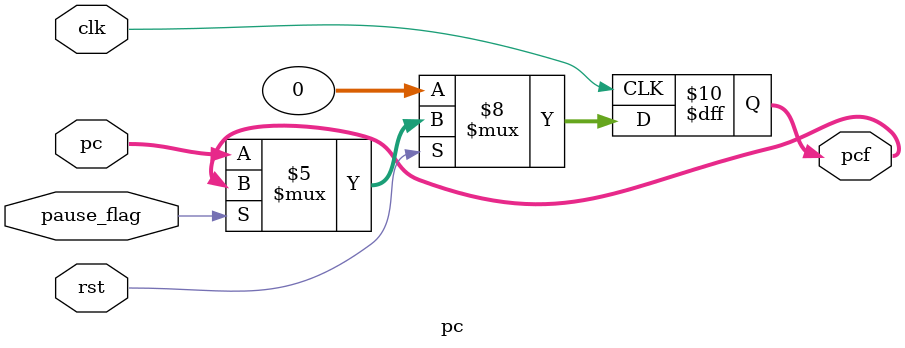
<source format=v>
`timescale 1ns / 1ps

module pc(
    input clk,
    input rst,
    input [31:0] pc,
    input pause_flag,

    //output reg pc_en,       //����ӵ�??
    output reg [31:0] pcf
);



    always @(posedge clk) begin
        if(rst == 0) begin
            pcf <= 32'b0;
        end
        else if(pause_flag==1)
        begin
            pcf <= pcf;    //??????????
        end
        else begin
            pcf <= pc;
        end
    end

endmodule

</source>
